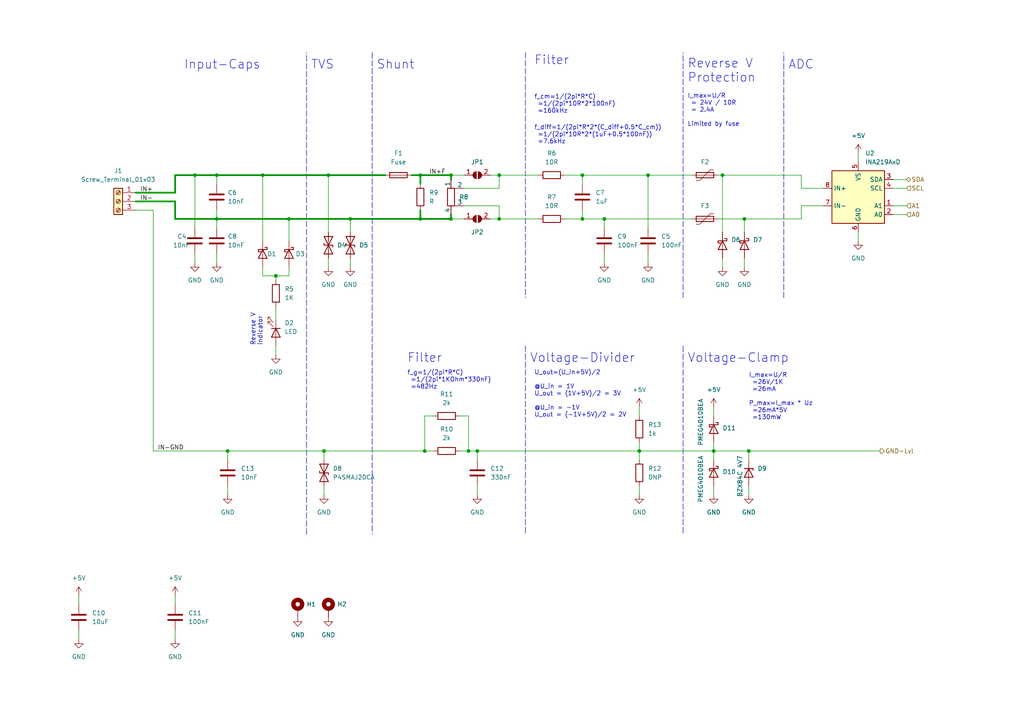
<source format=kicad_sch>
(kicad_sch (version 20211123) (generator eeschema)
  (paper "A4")
  (lib_symbols
    (symbol "Analog_ADC:INA219AxD"
      (property "Reference" "U" (at -6.35 8.89 0))
      (property "Value" "INA219AxD" (at 5.08 8.89 0))
      (symbol "INA219AxD_0_1"
        (rectangle (start -7.62 7.62) (end 7.62 -7.62) (stroke (width 0.254)) (fill (type background)))
      )
      (symbol "INA219AxD_1_1"
        (pin input line (at 10.16 -2.54 180) (length 2.54) (name "A1") (number "1"))
        (pin input line (at 10.16 -5.08 180) (length 2.54) (name "A0") (number "2"))
        (pin bidirectional line (at 10.16 5.08 180) (length 2.54) (name "SDA") (number "3"))
        (pin input line (at 10.16 2.54 180) (length 2.54) (name "SCL") (number "4"))
        (pin power_in line (at 0 10.16 270) (length 2.54) (name "VS") (number "5"))
        (pin power_in line (at 0 -10.16 90) (length 2.54) (name "GND") (number "6"))
        (pin input line (at -10.16 -2.54 0) (length 2.54) (name "IN-") (number "7"))
        (pin input line (at -10.16 2.54 0) (length 2.54) (name "IN+") (number "8"))
      )
    )
    (symbol "Connector:Screw_Terminal_01x03" (pin_names (offset 1.016) hide)
      (property "Reference" "J" (at 0 5.08 0))
      (property "Value" "Screw_Terminal_01x03" (at 0 -5.08 0))
      (symbol "Screw_Terminal_01x03_1_1"
        (rectangle (start -1.27 3.81) (end 1.27 -3.81) (stroke (width 0.254)) (fill (type background)))
        (circle (center 0 -2.54) (radius 0.635) (stroke (width 0.1524)))
        (polyline (pts (xy -0.5334 -2.2098) (xy 0.3302 -3.048)) (stroke (width 0.1524)))
        (polyline (pts (xy -0.5334 0.3302) (xy 0.3302 -0.508)) (stroke (width 0.1524)))
        (polyline (pts (xy -0.5334 2.8702) (xy 0.3302 2.032)) (stroke (width 0.1524)))
        (polyline (pts (xy -0.3556 -2.032) (xy 0.508 -2.8702)) (stroke (width 0.1524)))
        (polyline (pts (xy -0.3556 0.508) (xy 0.508 -0.3302)) (stroke (width 0.1524)))
        (polyline (pts (xy -0.3556 3.048) (xy 0.508 2.2098)) (stroke (width 0.1524)))
        (circle (center 0 0) (radius 0.635) (stroke (width 0.1524)))
        (circle (center 0 2.54) (radius 0.635) (stroke (width 0.1524)))
        (pin passive line (at -5.08 2.54 0) (length 3.81) (name "Pin_1") (number "1"))
        (pin passive line (at -5.08 0 0) (length 3.81) (name "Pin_2") (number "2"))
        (pin passive line (at -5.08 -2.54 0) (length 3.81) (name "Pin_3") (number "3"))
      )
    )
    (symbol "Device:C" (pin_numbers hide) (pin_names (offset 0.254))
      (property "Reference" "C" (at 0.635 2.54 0))
      (property "Value" "C" (at 0.635 -2.54 0))
      (symbol "C_0_1"
        (polyline (pts (xy -2.032 -0.762) (xy 2.032 -0.762)) (stroke (width 0.508)))
        (polyline (pts (xy -2.032 0.762) (xy 2.032 0.762)) (stroke (width 0.508)))
      )
      (symbol "C_1_1"
        (pin passive line (at 0 3.81 270) (length 2.794) (name "~") (number "1"))
        (pin passive line (at 0 -3.81 90) (length 2.794) (name "~") (number "2"))
      )
    )
    (symbol "Device:D_Schottky" (pin_numbers hide) (pin_names (offset 1.016) hide)
      (property "Reference" "D" (at 0 2.54 0))
      (property "Value" "D_Schottky" (at 0 -2.54 0))
      (symbol "D_Schottky_0_1"
        (polyline (pts (xy 1.27 0) (xy -1.27 0)))
        (polyline (pts (xy 1.27 1.27) (xy 1.27 -1.27) (xy -1.27 0) (xy 1.27 1.27)) (stroke (width 0.254)))
        (polyline (pts (xy -1.905 0.635) (xy -1.905 1.27) (xy -1.27 1.27) (xy -1.27 -1.27) (xy -0.635 -1.27) (xy -0.635 -0.635)) (stroke (width 0.254)))
      )
      (symbol "D_Schottky_1_1"
        (pin passive line (at -3.81 0 0) (length 2.54) (name "K") (number "1"))
        (pin passive line (at 3.81 0 180) (length 2.54) (name "A") (number "2"))
      )
    )
    (symbol "Device:D_TVS" (pin_numbers hide) (pin_names (offset 1.016) hide)
      (property "Reference" "D" (at 0 2.54 0))
      (property "Value" "D_TVS" (at 0 -2.54 0))
      (symbol "D_TVS_0_1"
        (polyline (pts (xy 1.27 0) (xy -1.27 0)))
        (polyline (pts (xy 0.508 1.27) (xy 0 1.27) (xy 0 -1.27) (xy -0.508 -1.27)) (stroke (width 0.254)))
        (polyline (pts (xy -2.54 1.27) (xy -2.54 -1.27) (xy 2.54 1.27) (xy 2.54 -1.27) (xy -2.54 1.27)) (stroke (width 0.254)))
      )
      (symbol "D_TVS_1_1"
        (pin passive line (at -3.81 0 0) (length 2.54) (name "A1") (number "1"))
        (pin passive line (at 3.81 0 180) (length 2.54) (name "A2") (number "2"))
      )
    )
    (symbol "Device:D_Zener" (pin_numbers hide) (pin_names (offset 1.016) hide)
      (property "Reference" "D" (at 0 2.54 0))
      (property "Value" "D_Zener" (at 0 -2.54 0))
      (symbol "D_Zener_0_1"
        (polyline (pts (xy 1.27 0) (xy -1.27 0)))
        (polyline (pts (xy -1.27 -1.27) (xy -1.27 1.27) (xy -0.762 1.27)) (stroke (width 0.254)))
        (polyline (pts (xy 1.27 -1.27) (xy 1.27 1.27) (xy -1.27 0) (xy 1.27 -1.27)) (stroke (width 0.254)))
      )
      (symbol "D_Zener_1_1"
        (pin passive line (at -3.81 0 0) (length 2.54) (name "K") (number "1"))
        (pin passive line (at 3.81 0 180) (length 2.54) (name "A") (number "2"))
      )
    )
    (symbol "Device:Fuse" (pin_numbers hide) (pin_names (offset 0))
      (property "Reference" "F" (at 2.032 0 90))
      (property "Value" "Fuse" (at -1.905 0 90))
      (symbol "Fuse_0_1"
        (rectangle (start -0.762 -2.54) (end 0.762 2.54) (stroke (width 0.254)))
        (polyline (pts (xy 0 2.54) (xy 0 -2.54)))
      )
      (symbol "Fuse_1_1"
        (pin passive line (at 0 3.81 270) (length 1.27) (name "~") (number "1"))
        (pin passive line (at 0 -3.81 90) (length 1.27) (name "~") (number "2"))
      )
    )
    (symbol "Device:LED" (pin_numbers hide) (pin_names (offset 1.016) hide)
      (property "Reference" "D" (at 0 2.54 0))
      (property "Value" "LED" (at 0 -2.54 0))
      (symbol "LED_0_1"
        (polyline (pts (xy -1.27 -1.27) (xy -1.27 1.27)) (stroke (width 0.254)))
        (polyline (pts (xy -1.27 0) (xy 1.27 0)))
        (polyline (pts (xy 1.27 -1.27) (xy 1.27 1.27) (xy -1.27 0) (xy 1.27 -1.27)) (stroke (width 0.254)))
        (polyline (pts (xy -3.048 -0.762) (xy -4.572 -2.286) (xy -3.81 -2.286) (xy -4.572 -2.286) (xy -4.572 -1.524)))
        (polyline (pts (xy -1.778 -0.762) (xy -3.302 -2.286) (xy -2.54 -2.286) (xy -3.302 -2.286) (xy -3.302 -1.524)))
      )
      (symbol "LED_1_1"
        (pin passive line (at -3.81 0 0) (length 2.54) (name "K") (number "1"))
        (pin passive line (at 3.81 0 180) (length 2.54) (name "A") (number "2"))
      )
    )
    (symbol "Device:Polyfuse" (pin_numbers hide) (pin_names (offset 0))
      (property "Reference" "F" (at -2.54 0 90))
      (property "Value" "Polyfuse" (at 2.54 0 90))
      (symbol "Polyfuse_0_1"
        (rectangle (start -0.762 2.54) (end 0.762 -2.54) (stroke (width 0.254)))
        (polyline (pts (xy 0 2.54) (xy 0 -2.54)))
        (polyline (pts (xy -1.524 2.54) (xy -1.524 1.524) (xy 1.524 -1.524) (xy 1.524 -2.54)))
      )
      (symbol "Polyfuse_1_1"
        (pin passive line (at 0 3.81 270) (length 1.27) (name "~") (number "1"))
        (pin passive line (at 0 -3.81 90) (length 1.27) (name "~") (number "2"))
      )
    )
    (symbol "Device:R" (pin_numbers hide) (pin_names (offset 0))
      (property "Reference" "R" (at 2.032 0 90))
      (property "Value" "R" (at 0 0 90))
      (symbol "R_0_1"
        (rectangle (start -1.016 -2.54) (end 1.016 2.54) (stroke (width 0.254)))
      )
      (symbol "R_1_1"
        (pin passive line (at 0 3.81 270) (length 1.27) (name "~") (number "1"))
        (pin passive line (at 0 -3.81 90) (length 1.27) (name "~") (number "2"))
      )
    )
    (symbol "Device:R_Shunt" (pin_numbers hide) (pin_names (offset 0))
      (property "Reference" "R" (at -4.445 0 90))
      (property "Value" "R_Shunt" (at -2.54 0 90))
      (symbol "R_Shunt_0_1"
        (rectangle (start -1.016 -2.54) (end 1.016 2.54) (stroke (width 0.254)))
        (polyline (pts (xy 0 -2.54) (xy 1.27 -2.54)))
        (polyline (pts (xy 1.27 2.54) (xy 0 2.54)))
      )
      (symbol "R_Shunt_1_1"
        (pin passive line (at 0 5.08 270) (length 2.54) (name "1") (number "1"))
        (pin passive line (at 3.81 2.54 180) (length 2.54) (name "2") (number "2"))
        (pin passive line (at 3.81 -2.54 180) (length 2.54) (name "3") (number "3"))
        (pin passive line (at 0 -5.08 90) (length 2.54) (name "4") (number "4"))
      )
    )
    (symbol "Jumper:SolderJumper_2_Open" (pin_names (offset 0) hide)
      (property "Reference" "JP" (at 0 2.032 0))
      (property "Value" "SolderJumper_2_Open" (at 0 -2.54 0))
      (symbol "SolderJumper_2_Open_0_1"
        (arc (start -0.254 1.016) (mid -1.27 0) (end -0.254 -1.016))
        (arc (start -0.254 1.016) (mid -1.27 0) (end -0.254 -1.016) (fill (type outline)))
        (polyline (pts (xy -0.254 1.016) (xy -0.254 -1.016)))
        (polyline (pts (xy 0.254 1.016) (xy 0.254 -1.016)))
        (arc (start 0.254 -1.016) (mid 1.27 0) (end 0.254 1.016))
        (arc (start 0.254 -1.016) (mid 1.27 0) (end 0.254 1.016) (fill (type outline)))
      )
      (symbol "SolderJumper_2_Open_1_1"
        (pin passive line (at -3.81 0 0) (length 2.54) (name "A") (number "1"))
        (pin passive line (at 3.81 0 180) (length 2.54) (name "B") (number "2"))
      )
    )
    (symbol "Mechanical:MountingHole_Pad" (pin_numbers hide) (pin_names (offset 1.016) hide)
      (property "Reference" "H" (at 0 6.35 0))
      (property "Value" "MountingHole_Pad" (at 0 4.445 0))
      (symbol "MountingHole_Pad_0_1"
        (circle (center 0 1.27) (radius 1.27) (stroke (width 1.27)))
      )
      (symbol "MountingHole_Pad_1_1"
        (pin input line (at 0 -2.54 90) (length 2.54) (name "1") (number "1"))
      )
    )
    (symbol "power:+5V" (power) (pin_names (offset 0))
      (property "Value" "+5V" (at 0 3.556 0))
      (symbol "+5V_0_1"
        (polyline (pts (xy -0.762 1.27) (xy 0 2.54)))
        (polyline (pts (xy 0 0) (xy 0 2.54)))
        (polyline (pts (xy 0 2.54) (xy 0.762 1.27)))
      )
      (symbol "+5V_1_1"
        (pin power_in line (at 0 0 90) (length 0) hide (name "+5V") (number "1"))
      )
    )
    (symbol "power:GND" (power) (pin_names (offset 0))
      (property "Value" "GND" (at 0 -3.81 0))
      (symbol "GND_0_1"
        (polyline (pts (xy 0 0) (xy 0 -1.27) (xy 1.27 -1.27) (xy 0 -2.54) (xy -1.27 -1.27) (xy 0 -1.27)))
      )
      (symbol "GND_1_1"
        (pin power_in line (at 0 0 270) (length 0) hide (name "GND") (number "1"))
      )
    )
  )
  (junction (at 123.19 130.81))
  (junction (at 95.25 50.8))
  (junction (at 168.91 63.5))
  (junction (at 207.01 130.81))
  (junction (at 168.91 50.8))
  (junction (at 93.98 130.81))
  (junction (at 130.81 50.8))
  (junction (at 66.04 130.81))
  (junction (at 101.6 63.5))
  (junction (at 135.89 130.81))
  (junction (at 56.515 50.8))
  (junction (at 175.26 63.5))
  (junction (at 144.78 50.8))
  (junction (at 62.865 63.5))
  (junction (at 138.43 130.81))
  (junction (at 121.92 63.5))
  (junction (at 217.17 130.81))
  (junction (at 121.92 50.8))
  (junction (at 130.81 63.5))
  (junction (at 76.2 50.8))
  (junction (at 62.865 50.8))
  (junction (at 83.82 63.5))
  (junction (at 80.01 80.01))
  (junction (at 144.78 63.5))
  (junction (at 185.42 130.81))
  (junction (at 215.9 63.5))
  (junction (at 209.55 50.8))
  (junction (at 187.96 50.8))
  (wire (pts (xy 232.41 59.69) (xy 238.76 59.69)))
  (wire (pts (xy 142.24 63.5) (xy 144.78 63.5)))
  (wire (pts (xy 50.8 58.42) (xy 50.8 63.5)) (stroke (width 0.5)))
  (wire (pts (xy 123.19 130.81) (xy 123.19 120.65)))
  (wire (pts (xy 76.2 50.8) (xy 95.25 50.8)) (stroke (width 0.5)))
  (wire (pts (xy 144.78 54.61) (xy 144.78 50.8)))
  (wire (pts (xy 217.17 140.97) (xy 217.17 143.51)))
  (wire (pts (xy 121.92 50.8) (xy 121.92 53.34)) (stroke (width 0.5)))
  (wire (pts (xy 62.865 50.8) (xy 76.2 50.8)) (stroke (width 0.5)))
  (wire (pts (xy 123.19 120.65) (xy 125.73 120.65)))
  (wire (pts (xy 83.82 77.47) (xy 83.82 80.01)))
  (polyline (pts (xy 227.33 86.36) (xy 227.33 15.24)))
  (wire (pts (xy 163.83 50.8) (xy 168.91 50.8)))
  (wire (pts (xy 142.24 50.8) (xy 144.78 50.8)))
  (wire (pts (xy 50.8 63.5) (xy 62.865 63.5)) (stroke (width 0.5)))
  (wire (pts (xy 130.81 63.5) (xy 134.62 63.5)))
  (wire (pts (xy 50.8 172.72) (xy 50.8 175.26)))
  (wire (pts (xy 121.92 63.5) (xy 121.92 60.96)) (stroke (width 0.5)))
  (wire (pts (xy 66.04 130.81) (xy 93.98 130.81)))
  (wire (pts (xy 130.81 50.8) (xy 134.62 50.8)))
  (wire (pts (xy 80.01 100.33) (xy 80.01 102.87)))
  (polyline (pts (xy 152.4 15.24) (xy 152.4 86.36)))
  (wire (pts (xy 215.9 63.5) (xy 215.9 67.31)))
  (wire (pts (xy 208.28 63.5) (xy 215.9 63.5)))
  (wire (pts (xy 185.42 130.81) (xy 185.42 133.35)))
  (wire (pts (xy 232.41 63.5) (xy 232.41 59.69)))
  (wire (pts (xy 207.01 128.27) (xy 207.01 130.81)))
  (wire (pts (xy 62.865 60.96) (xy 62.865 63.5)))
  (wire (pts (xy 175.26 63.5) (xy 175.26 66.04)))
  (wire (pts (xy 119.38 50.8) (xy 121.92 50.8)) (stroke (width 0.5)))
  (wire (pts (xy 248.92 44.45) (xy 248.92 46.99)))
  (wire (pts (xy 76.2 80.01) (xy 80.01 80.01)))
  (wire (pts (xy 62.865 50.8) (xy 62.865 53.34)))
  (wire (pts (xy 83.82 63.5) (xy 101.6 63.5)) (stroke (width 0.5)))
  (wire (pts (xy 39.37 58.42) (xy 50.8 58.42)) (stroke (width 0.5)))
  (polyline (pts (xy 198.12 86.36) (xy 198.12 15.24)))
  (wire (pts (xy 144.78 59.69) (xy 144.78 63.5)))
  (wire (pts (xy 39.37 60.96) (xy 44.45 60.96)))
  (wire (pts (xy 168.91 50.8) (xy 187.96 50.8)))
  (wire (pts (xy 83.82 80.01) (xy 80.01 80.01)))
  (wire (pts (xy 185.42 118.11) (xy 185.42 120.65)))
  (wire (pts (xy 187.96 50.8) (xy 187.96 66.04)))
  (wire (pts (xy 121.92 50.8) (xy 130.81 50.8)) (stroke (width 0.5)))
  (wire (pts (xy 215.9 74.93) (xy 215.9 77.47)))
  (wire (pts (xy 56.515 73.66) (xy 56.515 76.2)))
  (wire (pts (xy 22.86 172.72) (xy 22.86 175.26)))
  (polyline (pts (xy 88.9 154.94) (xy 88.9 15.24)))
  (wire (pts (xy 101.6 74.93) (xy 101.6 77.47)))
  (wire (pts (xy 93.98 140.97) (xy 93.98 143.51)))
  (wire (pts (xy 66.04 130.81) (xy 66.04 133.35)))
  (wire (pts (xy 22.86 182.88) (xy 22.86 185.42)))
  (wire (pts (xy 259.08 52.07) (xy 262.89 52.07)))
  (wire (pts (xy 138.43 130.81) (xy 138.43 133.35)))
  (wire (pts (xy 185.42 128.27) (xy 185.42 130.81)))
  (wire (pts (xy 50.8 50.8) (xy 56.515 50.8)) (stroke (width 0.5)))
  (wire (pts (xy 185.42 130.81) (xy 207.01 130.81)))
  (wire (pts (xy 215.9 63.5) (xy 232.41 63.5)))
  (wire (pts (xy 80.01 88.9) (xy 80.01 92.71)))
  (wire (pts (xy 76.2 77.47) (xy 76.2 80.01)))
  (wire (pts (xy 93.98 130.81) (xy 93.98 133.35)))
  (wire (pts (xy 175.26 63.5) (xy 200.66 63.5)))
  (wire (pts (xy 207.01 130.81) (xy 207.01 133.35)))
  (wire (pts (xy 130.81 50.8) (xy 130.81 52.07)) (stroke (width 0.5)))
  (wire (pts (xy 44.45 130.81) (xy 66.04 130.81)))
  (wire (pts (xy 163.83 63.5) (xy 168.91 63.5)))
  (wire (pts (xy 187.96 50.8) (xy 200.66 50.8)))
  (wire (pts (xy 133.35 130.81) (xy 135.89 130.81)))
  (wire (pts (xy 44.45 60.96) (xy 44.45 130.81)))
  (wire (pts (xy 259.08 59.69) (xy 262.89 59.69)))
  (wire (pts (xy 135.89 120.65) (xy 135.89 130.81)))
  (wire (pts (xy 209.55 50.8) (xy 232.41 50.8)))
  (wire (pts (xy 95.25 50.8) (xy 95.25 67.31)))
  (wire (pts (xy 207.01 118.11) (xy 207.01 120.65)))
  (wire (pts (xy 101.6 63.5) (xy 121.92 63.5)) (stroke (width 0.5)))
  (wire (pts (xy 207.01 130.81) (xy 217.17 130.81)))
  (wire (pts (xy 207.01 140.97) (xy 207.01 143.51)))
  (wire (pts (xy 144.78 63.5) (xy 156.21 63.5)))
  (wire (pts (xy 135.89 130.81) (xy 138.43 130.81)))
  (wire (pts (xy 168.91 63.5) (xy 168.91 60.96)))
  (wire (pts (xy 62.865 63.5) (xy 83.82 63.5)) (stroke (width 0.5)))
  (wire (pts (xy 130.81 62.23) (xy 130.81 63.5)) (stroke (width 0.5)))
  (wire (pts (xy 56.515 50.8) (xy 62.865 50.8)) (stroke (width 0.5)))
  (wire (pts (xy 66.04 140.97) (xy 66.04 143.51)))
  (wire (pts (xy 62.865 63.5) (xy 62.865 66.04)))
  (wire (pts (xy 56.515 50.8) (xy 56.515 66.04)))
  (wire (pts (xy 138.43 130.81) (xy 185.42 130.81)))
  (wire (pts (xy 144.78 50.8) (xy 156.21 50.8)))
  (wire (pts (xy 232.41 54.61) (xy 238.76 54.61)))
  (wire (pts (xy 101.6 63.5) (xy 101.6 67.31)))
  (wire (pts (xy 209.55 74.93) (xy 209.55 77.47)))
  (wire (pts (xy 248.92 67.31) (xy 248.92 69.85)))
  (wire (pts (xy 121.92 63.5) (xy 130.81 63.5)) (stroke (width 0.5)))
  (wire (pts (xy 259.08 62.23) (xy 262.89 62.23)))
  (wire (pts (xy 209.55 50.8) (xy 209.55 67.31)))
  (wire (pts (xy 185.42 140.97) (xy 185.42 143.51)))
  (wire (pts (xy 83.82 63.5) (xy 83.82 69.85)))
  (polyline (pts (xy 152.4 100.33) (xy 152.4 154.94)))
  (wire (pts (xy 217.17 130.81) (xy 217.17 133.35)))
  (wire (pts (xy 217.17 130.81) (xy 255.27 130.81)))
  (wire (pts (xy 168.91 50.8) (xy 168.91 53.34)))
  (wire (pts (xy 80.01 80.01) (xy 80.01 81.28)))
  (wire (pts (xy 208.28 50.8) (xy 209.55 50.8)))
  (wire (pts (xy 134.62 59.69) (xy 144.78 59.69)))
  (wire (pts (xy 134.62 54.61) (xy 144.78 54.61)))
  (wire (pts (xy 232.41 50.8) (xy 232.41 54.61)))
  (wire (pts (xy 138.43 140.97) (xy 138.43 143.51)))
  (wire (pts (xy 168.91 63.5) (xy 175.26 63.5)))
  (wire (pts (xy 93.98 130.81) (xy 123.19 130.81)))
  (wire (pts (xy 62.865 73.66) (xy 62.865 76.2)))
  (wire (pts (xy 50.8 182.88) (xy 50.8 185.42)))
  (wire (pts (xy 39.37 55.88) (xy 50.8 55.88)) (stroke (width 0.5)))
  (polyline (pts (xy 107.95 15.24) (xy 107.95 154.94)))
  (polyline (pts (xy 198.12 100.33) (xy 198.12 154.94)))
  (wire (pts (xy 95.25 74.93) (xy 95.25 77.47)))
  (wire (pts (xy 95.25 50.8) (xy 111.76 50.8)) (stroke (width 0.5)))
  (wire (pts (xy 259.08 54.61) (xy 262.89 54.61)))
  (wire (pts (xy 76.2 50.8) (xy 76.2 69.85)))
  (wire (pts (xy 50.8 55.88) (xy 50.8 50.8)) (stroke (width 0.5)))
  (wire (pts (xy 187.96 73.66) (xy 187.96 76.2)))
  (wire (pts (xy 175.26 73.66) (xy 175.26 76.2)))
  (wire (pts (xy 123.19 130.81) (xy 125.73 130.81)))
  (wire (pts (xy 133.35 120.65) (xy 135.89 120.65)))
  (text "Shunt" (at 109.22 20.32 0) (effects (font (size 2.56 2.56)) (justify left bottom)))
  (text "Reverse V\nindicator" (at 76.2 100.33 90) (effects (font (size 1.27 1.27)) (justify left bottom)))
  (text "f_g=1/(2pi*R*C)\n =1/(2pi*1KOhm*330nF)\n =482Hz" (at 118.11 113.03 0) (effects (font (size 1.27 1.27)) (justify left bottom)))
  (text "f_diff=1/(2pi*R*2*(C_diff+0.5*C_cm))\n =1/(2pi*10R*2*(1uF+0.5*100nF))\n =7.6kHz" (at 154.94 41.91 0) (effects (font (size 1.27 1.27)) (justify left bottom)))
  (text "I_max=U/R\n = 24V / 10R\n = 2.4A\n\nLimited by fuse" (at 199.39 36.83 0) (effects (font (size 1.27 1.27)) (justify left bottom)))
  (text "Input-Caps" (at 53.34 20.32 0) (effects (font (size 2.56 2.56)) (justify left bottom)))
  (text "Reverse V\nProtection" (at 199.39 24.13 0) (effects (font (size 2.56 2.56)) (justify left bottom)))
  (text "TVS" (at 90.17 20.32 0) (effects (font (size 2.56 2.56)) (justify left bottom)))
  (text "I_max=U/R\n =26V/1K\n =26mA\n\nP_max=I_max * Uz\n =26mA*5V\n =130mW" (at 217.17 121.92 0) (effects (font (size 1.27 1.27)) (justify left bottom)))
  (text "Voltage-Divider" (at 153.67 105.41 0) (effects (font (size 2.56 2.56)) (justify left bottom)))
  (text "U_out=(U_in+5V)/2\n\n@U_in = 1V\nU_out = (1V+5V)/2 = 3V\n\n@U_in = -1V\nU_out = (-1V+5V)/2 = 2V\n\n" (at 154.94 123.19 0) (effects (font (size 1.27 1.27)) (justify left bottom)))
  (text "f_cm=1/(2pi*R*C)\n =1/(2pi*10R*2*100nF)\n =160kHz" (at 154.94 33.02 0) (effects (font (size 1.27 1.27)) (justify left bottom)))
  (text "Filter" (at 154.94 19.05 0) (effects (font (size 2.56 2.56)) (justify left bottom)))
  (text "Voltage-Clamp" (at 199.39 105.41 0) (effects (font (size 2.56 2.56)) (justify left bottom)))
  (text "ADC" (at 228.6 20.32 0) (effects (font (size 2.56 2.56)) (justify left bottom)))
  (text "Filter" (at 118.11 105.41 0) (effects (font (size 2.56 2.56)) (justify left bottom)))
  (label "IN-GND" (at 45.72 130.81 0))
  (label "IN+F" (at 124.46 50.8 0))
  (label "IN+" (at 40.64 55.88 0))
  (label "IN-" (at 40.64 58.42 0))
  (hierarchical_label "SDA" (shape bidirectional) (at 262.89 52.07 0))
  (hierarchical_label "A1" (shape input) (at 262.89 59.69 0))
  (hierarchical_label "A0" (shape input) (at 262.89 62.23 0))
  (hierarchical_label "GND-Lvl" (shape output) (at 255.27 130.81 0))
  (hierarchical_label "SCL" (shape input) (at 262.89 54.61 0))
  (symbol (lib_id "power:GND") (at 56.515 76.2 0) (unit 1)
    (property "Reference" "#PWR017" (effects hide))
    (property "Value" "GND" (at 56.515 81.28 0))
  )
  (symbol (lib_id "power:GND") (at 175.26 76.2 0) (unit 1)
    (property "Reference" "#PWR027" (effects hide))
    (property "Value" "GND" (at 175.26 81.28 0))
  )
  (symbol (lib_id "Device:R") (at 121.92 57.15 0) (unit 1) (in_bom no)
    (property "Reference" "R9" (at 124.46 55.8799 0) (effects (justify left)))
    (property "Value" "R" (at 124.46 58.4199 0) (effects (justify left)))
    (property "Footprint" "Project_Footprints:R_Dual_2512_1206_Handsolder" (effects hide))
  )
  (symbol (lib_id "power:GND") (at 66.04 143.51 0) (unit 1)
    (property "Reference" "#PWR019" (effects hide))
    (property "Value" "GND" (at 66.04 148.59 0))
  )
  (symbol (lib_id "Device:R") (at 185.42 124.46 0) (unit 1)
    (property "Reference" "R13" (at 187.96 123.1899 0) (effects (justify left)))
    (property "Value" "1k" (at 187.96 125.7299 0) (effects (justify left)))
    (property "Footprint" "Resistor_SMD:R_1206_3216Metric_Pad1.30x1.75mm_HandSolder" (effects hide))
    (property "LCSC Part #" "C4410" (effects hide))
  )
  (symbol (lib_id "power:GND") (at 93.98 143.51 0) (unit 1)
    (property "Reference" "#PWR022" (effects hide))
    (property "Value" "GND" (at 93.98 148.59 0))
  )
  (symbol (lib_id "power:GND") (at 217.17 143.51 0) (unit 1)
    (property "Reference" "#PWR035" (effects hide))
    (property "Value" "GND" (at 217.17 148.59 0))
  )
  (symbol (lib_id "Mechanical:MountingHole_Pad") (at 86.36 176.53 0) (unit 1) (in_bom no)
    (property "Reference" "H1" (at 88.9 175.2599 0) (effects (justify left)))
    (property "Value" "MountingHole_Pad" (effects hide))
    (property "Footprint" "MountingHole:MountingHole_3.2mm_M3_Pad_Via" (effects hide))
  )
  (symbol (lib_id "Device:C") (at 56.515 69.85 0) (unit 1)
    (property "Reference" "C4" (at 51.435 68.58 0) (effects (justify left)))
    (property "Value" "10nF" (at 50.165 71.12 0) (effects (justify left)))
    (property "Footprint" "Capacitor_SMD:C_0603_1608Metric" (effects hide))
    (property "LCSC Part #" "C57112" (effects hide))
  )
  (symbol (lib_id "Device:D_Zener") (at 217.17 137.16 270) (unit 1)
    (property "Reference" "D9" (at 219.71 135.8899 90) (effects (justify left)))
    (property "Value" "BZX84C 4V7" (at 214.63 132.08 0) (effects (justify left)))
    (property "Footprint" "Diode_SMD:D_SOT-23_ANK" (effects hide))
    (property "LCSC Part #" "C118567" (effects hide))
  )
  (symbol (lib_id "Device:R") (at 80.01 85.09 0) (unit 1)
    (property "Reference" "R5" (at 82.55 83.8199 0) (effects (justify left)))
    (property "Value" "1K" (at 82.55 86.3599 0) (effects (justify left)))
    (property "Footprint" "Resistor_SMD:R_0603_1608Metric" (effects hide))
    (property "LCSC Part #" "C21190" (effects hide))
  )
  (symbol (lib_id "Device:D_Schottky") (at 209.55 71.12 270) (unit 1)
    (property "Reference" "D6" (at 212.09 69.5324 90) (effects (justify left)))
    (property "Value" "PMEG4010BEA" (effects hide))
    (property "Footprint" "Diode_SMD:D_SOD-323F" (effects hide))
    (property "LCSC Part #" "C36975" (effects hide))
  )
  (symbol (lib_id "Device:D_Schottky") (at 207.01 137.16 270) (unit 1)
    (property "Reference" "D10" (at 209.55 136.8424 90) (effects (justify left)))
    (property "Value" "PMEG4010BEA" (at 203.2 132.08 0) (effects (justify left)))
    (property "Footprint" "Diode_SMD:D_SOD-323F" (effects hide))
    (property "LCSC Part #" "C36975" (effects hide))
  )
  (symbol (lib_id "Device:D_TVS") (at 93.98 137.16 270) (unit 1)
    (property "Reference" "D8" (at 96.52 135.8899 90) (effects (justify left)))
    (property "Value" "P4SMAJ20CA" (at 96.52 138.4299 90) (effects (justify left)))
    (property "Footprint" "Diode_SMD:D_SMA" (effects hide))
    (property "LCSC Part #" "C391567" (effects hide))
  )
  (symbol (lib_id "power:+5V") (at 207.01 118.11 0) (unit 1)
    (property "Reference" "#PWR031" (effects hide))
    (property "Value" "+5V" (at 207.01 113.03 0))
  )
  (symbol (lib_id "power:GND") (at 95.25 77.47 0) (unit 1)
    (property "Reference" "#PWR023" (effects hide))
    (property "Value" "GND" (at 95.25 82.55 0))
  )
  (symbol (lib_id "Jumper:SolderJumper_2_Open") (at 138.43 50.8 0) (unit 1) (in_bom no)
    (property "Reference" "JP1" (at 138.43 46.99 0))
    (property "Value" "SolderJumper_2_Open" (effects hide))
    (property "Footprint" "Jumper:SolderJumper-2_P1.3mm_Open_TrianglePad1.0x1.5mm" (effects hide))
  )
  (symbol (lib_id "power:GND") (at 215.9 77.47 0) (unit 1)
    (property "Reference" "#PWR034" (effects hide))
    (property "Value" "GND" (at 215.9 82.55 0))
  )
  (symbol (lib_id "power:GND") (at 86.36 179.07 0) (unit 1)
    (property "Reference" "#PWR021" (effects hide))
    (property "Value" "GND" (at 86.36 184.15 0))
  )
  (symbol (lib_id "power:GND") (at 101.6 77.47 0) (unit 1)
    (property "Reference" "#PWR025" (effects hide))
    (property "Value" "GND" (at 101.6 82.55 0))
  )
  (symbol (lib_id "power:GND") (at 187.96 76.2 0) (unit 1)
    (property "Reference" "#PWR030" (effects hide))
    (property "Value" "GND" (at 187.96 81.28 0))
  )
  (symbol (lib_id "Mechanical:MountingHole_Pad") (at 95.25 176.53 0) (unit 1) (in_bom no)
    (property "Reference" "H2" (at 97.79 175.2599 0) (effects (justify left)))
    (property "Value" "MountingHole_Pad" (effects hide))
    (property "Footprint" "MountingHole:MountingHole_3.2mm_M3_Pad_Via" (effects hide))
  )
  (symbol (lib_id "power:GND") (at 185.42 143.51 0) (unit 1)
    (property "Reference" "#PWR029" (effects hide))
    (property "Value" "GND" (at 185.42 148.59 0))
  )
  (symbol (lib_id "Device:R_Shunt") (at 130.81 57.15 0) (unit 1) (in_bom no)
    (property "Reference" "R8" (at 135.89 57.15 0) (effects (justify right)))
    (property "Value" "R_Shunt" (effects hide))
    (property "Footprint" "Project_Footprints:R_Shunt_Isabellenhuette_PBV" (effects hide))
    (property "Datasheet" "https://www.isabellenhuette.de/fileadmin/user_upload/PBV.PDF" (effects hide))
  )
  (symbol (lib_id "Device:C") (at 50.8 179.07 0) (unit 1)
    (property "Reference" "C11" (at 54.61 177.7999 0) (effects (justify left)))
    (property "Value" "100nF" (at 54.61 180.3399 0) (effects (justify left)))
    (property "Footprint" "Capacitor_SMD:C_0603_1608Metric" (effects hide))
    (property "LCSC Part #" "C14663" (effects hide))
  )
  (symbol (lib_id "Device:R") (at 160.02 63.5 90) (unit 1)
    (property "Reference" "R7" (at 160.02 57.15 90))
    (property "Value" "10R" (at 160.02 59.69 90))
    (property "Footprint" "Resistor_SMD:R_1206_3216Metric" (effects hide))
    (property "LCSC Part #" "C17903" (effects hide))
  )
  (symbol (lib_id "Device:D_TVS") (at 95.25 71.12 270) (unit 1)
    (property "Reference" "D4" (at 97.79 71.1199 90) (effects (justify left)))
    (property "Value" "P4SMAJ20CA" (effects hide))
    (property "Footprint" "Diode_SMD:D_SMA" (effects hide))
    (property "LCSC Part #" "C391567" (effects hide))
  )
  (symbol (lib_id "Device:R") (at 185.42 137.16 0) (unit 1) (in_bom no)
    (property "Reference" "R12" (at 187.96 135.8899 0) (effects (justify left)))
    (property "Value" "DNP" (at 187.96 138.4299 0) (effects (justify left)))
    (property "Footprint" "Resistor_SMD:R_1206_3216Metric_Pad1.30x1.75mm_HandSolder" (effects hide))
  )
  (symbol (lib_id "Jumper:SolderJumper_2_Open") (at 138.43 63.5 0) (unit 1) (in_bom no)
    (property "Reference" "JP2" (at 138.43 67.31 0))
    (property "Value" "SolderJumper_2_Open" (effects hide))
    (property "Footprint" "Jumper:SolderJumper-2_P1.3mm_Open_TrianglePad1.0x1.5mm" (effects hide))
  )
  (symbol (lib_id "power:GND") (at 62.865 76.2 0) (unit 1)
    (property "Reference" "#PWR018" (effects hide))
    (property "Value" "GND" (at 62.865 81.28 0))
  )
  (symbol (lib_id "Device:D_Schottky") (at 215.9 71.12 270) (unit 1)
    (property "Reference" "D7" (at 218.44 69.5324 90) (effects (justify left)))
    (property "Value" "PMEG4010BEA" (effects hide))
    (property "Footprint" "Diode_SMD:D_SOD-323F" (effects hide))
    (property "LCSC Part #" "C36975" (effects hide))
  )
  (symbol (lib_id "Device:D_Schottky") (at 76.2 73.66 270) (unit 1)
    (property "Reference" "D1" (at 77.47 73.66 90) (effects (justify left)))
    (property "Value" "PMEG4010BEA" (effects hide))
    (property "Footprint" "Diode_SMD:D_SOD-323F" (effects hide))
    (property "LCSC Part #" "C36975" (effects hide))
  )
  (symbol (lib_id "power:GND") (at 209.55 77.47 0) (unit 1)
    (property "Reference" "#PWR033" (effects hide))
    (property "Value" "GND" (at 209.55 82.55 0))
  )
  (symbol (lib_id "Analog_ADC:INA219AxD") (at 248.92 57.15 0) (unit 1)
    (property "Reference" "U2" (at 250.9394 44.45 0) (effects (justify left)))
    (property "Value" "INA219AxD" (at 250.9394 46.99 0) (effects (justify left)))
    (property "Footprint" "Package_SO:SOIC-8_3.9x4.9mm_P1.27mm" (effects hide))
    (property "Datasheet" "http://www.ti.com/lit/ds/symlink/ina219.pdf" (effects hide))
    (property "LCSC Part #" "C138706" (effects hide))
  )
  (symbol (lib_id "Device:C") (at 138.43 137.16 0) (unit 1)
    (property "Reference" "C12" (at 142.24 135.8899 0) (effects (justify left)))
    (property "Value" "330nF" (at 142.24 138.4299 0) (effects (justify left)))
    (property "Footprint" "Capacitor_SMD:C_1206_3216Metric_Pad1.33x1.80mm_HandSolder" (effects hide))
    (property "LCSC Part #" "C274377" (effects hide))
  )
  (symbol (lib_id "Device:D_TVS") (at 101.6 71.12 270) (unit 1)
    (property "Reference" "D5" (at 104.14 71.1199 90) (effects (justify left)))
    (property "Value" "P4SMAJ20CA" (effects hide))
    (property "Footprint" "Diode_SMD:D_SMA" (effects hide))
    (property "LCSC Part #" "C391567" (effects hide))
  )
  (symbol (lib_id "Device:LED") (at 80.01 96.52 270) (unit 1)
    (property "Reference" "D2" (at 82.55 93.6624 90) (effects (justify left)))
    (property "Value" "LED" (at 82.55 96.2024 90) (effects (justify left)))
    (property "Footprint" "LED_SMD:LED_0603_1608Metric" (effects hide))
    (property "LCSC Part #" "C2286" (effects hide))
  )
  (symbol (lib_id "power:GND") (at 80.01 102.87 0) (unit 1)
    (property "Reference" "#PWR020" (effects hide))
    (property "Value" "GND" (at 80.01 107.95 0))
  )
  (symbol (lib_id "Device:Polyfuse") (at 204.47 50.8 90) (unit 1)
    (property "Reference" "F2" (at 204.47 46.99 90))
    (property "Value" "1206L016WR" (effects hide))
    (property "Footprint" "Fuse:Fuse_1206_3216Metric_Pad1.42x1.75mm_HandSolder" (effects hide))
    (property "LCSC Part #" "C151161" (effects hide))
  )
  (symbol (lib_id "Device:R") (at 129.54 130.81 270) (unit 1)
    (property "Reference" "R10" (at 129.54 124.46 90))
    (property "Value" "2k" (at 129.54 127 90))
    (property "Footprint" "Resistor_SMD:R_1206_3216Metric_Pad1.30x1.75mm_HandSolder" (effects hide))
    (property "LCSC Part #" "C17944" (effects hide))
  )
  (symbol (lib_id "Device:R") (at 129.54 120.65 270) (unit 1)
    (property "Reference" "R11" (at 129.54 114.3 90))
    (property "Value" "2k" (at 129.54 116.84 90))
    (property "Footprint" "Resistor_SMD:R_1206_3216Metric_Pad1.30x1.75mm_HandSolder" (effects hide))
    (property "LCSC Part #" "C17944" (effects hide))
  )
  (symbol (lib_id "Device:C") (at 66.04 137.16 0) (unit 1)
    (property "Reference" "C13" (at 69.85 135.8899 0) (effects (justify left)))
    (property "Value" "10nF" (at 69.85 138.4299 0) (effects (justify left)))
    (property "Footprint" "Capacitor_SMD:C_0603_1608Metric" (effects hide))
    (property "LCSC Part #" "C57112" (effects hide))
  )
  (symbol (lib_id "power:+5V") (at 22.86 172.72 0) (unit 1)
    (property "Reference" "#PWR013" (effects hide))
    (property "Value" "+5V" (at 22.86 167.64 0))
  )
  (symbol (lib_id "Device:C") (at 187.96 69.85 0) (unit 1)
    (property "Reference" "C5" (at 191.77 68.5799 0) (effects (justify left)))
    (property "Value" "100nF" (at 191.77 71.1199 0) (effects (justify left)))
    (property "Footprint" "Capacitor_SMD:C_0603_1608Metric" (effects hide))
    (property "LCSC Part #" "C14663" (effects hide))
  )
  (symbol (lib_id "Device:C") (at 62.865 57.15 0) (unit 1)
    (property "Reference" "C6" (at 66.04 55.8799 0) (effects (justify left)))
    (property "Value" "10nF" (at 66.04 58.4199 0) (effects (justify left)))
    (property "Footprint" "Capacitor_SMD:C_0603_1608Metric" (effects hide))
    (property "LCSC Part #" "C57112" (effects hide))
  )
  (symbol (lib_id "Device:R") (at 160.02 50.8 90) (unit 1)
    (property "Reference" "R6" (at 160.02 44.45 90))
    (property "Value" "10R" (at 160.02 46.99 90))
    (property "Footprint" "Resistor_SMD:R_1206_3216Metric" (effects hide))
    (property "LCSC Part #" "C17903" (effects hide))
  )
  (symbol (lib_id "Device:Fuse") (at 115.57 50.8 90) (unit 1)
    (property "Reference" "F1" (at 115.57 44.45 90))
    (property "Value" "Fuse" (at 115.57 46.99 90))
    (property "Footprint" "Project_Footprints:iMaXX-H7810" (effects hide))
    (property "Datasheet" "https://imaxx.nl/product/drawings/2Holders/H7810-drawing.pdf" (effects hide))
  )
  (symbol (lib_id "Device:D_Schottky") (at 207.01 124.46 270) (unit 1)
    (property "Reference" "D11" (at 209.55 124.1424 90) (effects (justify left)))
    (property "Value" "PMEG4010BEA" (at 203.2 115.57 0) (effects (justify left)))
    (property "Footprint" "Diode_SMD:D_SOD-323F" (effects hide))
    (property "LCSC Part #" "C36975" (effects hide))
  )
  (symbol (lib_id "power:GND") (at 95.25 179.07 0) (unit 1)
    (property "Reference" "#PWR024" (effects hide))
    (property "Value" "GND" (at 95.25 184.15 0))
  )
  (symbol (lib_id "power:+5V") (at 185.42 118.11 0) (unit 1)
    (property "Reference" "#PWR028" (effects hide))
    (property "Value" "+5V" (at 185.42 113.03 0))
  )
  (symbol (lib_id "power:GND") (at 138.43 143.51 0) (unit 1)
    (property "Reference" "#PWR026" (effects hide))
    (property "Value" "GND" (at 138.43 148.59 0))
  )
  (symbol (lib_id "power:GND") (at 207.01 143.51 0) (unit 1)
    (property "Reference" "#PWR032" (effects hide))
    (property "Value" "GND" (at 207.01 148.59 0))
  )
  (symbol (lib_id "Device:C") (at 175.26 69.85 0) (unit 1)
    (property "Reference" "C9" (at 179.07 68.5799 0) (effects (justify left)))
    (property "Value" "100nF" (at 179.07 71.1199 0) (effects (justify left)))
    (property "Footprint" "Capacitor_SMD:C_0603_1608Metric" (effects hide))
    (property "LCSC Part #" "C14663" (effects hide))
  )
  (symbol (lib_id "Device:C") (at 22.86 179.07 0) (unit 1)
    (property "Reference" "C10" (at 26.67 177.7999 0) (effects (justify left)))
    (property "Value" "10uF" (at 26.67 180.3399 0) (effects (justify left)))
    (property "Footprint" "Capacitor_SMD:C_1206_3216Metric" (effects hide))
    (property "LCSC Part #" "C13585" (effects hide))
  )
  (symbol (lib_id "Device:C") (at 168.91 57.15 0) (unit 1)
    (property "Reference" "C7" (at 172.72 55.8799 0) (effects (justify left)))
    (property "Value" "1uF" (at 172.72 58.4199 0) (effects (justify left)))
    (property "Footprint" "Capacitor_SMD:C_1206_3216Metric" (effects hide))
    (property "LCSC Part #" "C1848" (effects hide))
  )
  (symbol (lib_id "power:+5V") (at 50.8 172.72 0) (unit 1)
    (property "Reference" "#PWR015" (effects hide))
    (property "Value" "+5V" (at 50.8 167.64 0))
  )
  (symbol (lib_id "power:GND") (at 50.8 185.42 0) (unit 1)
    (property "Reference" "#PWR016" (effects hide))
    (property "Value" "GND" (at 50.8 190.5 0))
  )
  (symbol (lib_id "Device:C") (at 62.865 69.85 0) (unit 1)
    (property "Reference" "C8" (at 66.04 68.5799 0) (effects (justify left)))
    (property "Value" "10nF" (at 66.04 71.1199 0) (effects (justify left)))
    (property "Footprint" "Capacitor_SMD:C_0603_1608Metric" (effects hide))
    (property "LCSC Part #" "C57112" (effects hide))
  )
  (symbol (lib_id "power:+5V") (at 248.92 44.45 0) (unit 1)
    (property "Reference" "#PWR036" (effects hide))
    (property "Value" "+5V" (at 248.92 39.37 0))
  )
  (symbol (lib_id "power:GND") (at 22.86 185.42 0) (unit 1)
    (property "Reference" "#PWR014" (effects hide))
    (property "Value" "GND" (at 22.86 190.5 0))
  )
  (symbol (lib_id "Device:Polyfuse") (at 204.47 63.5 90) (unit 1)
    (property "Reference" "F3" (at 204.47 59.69 90))
    (property "Value" "1206L016WR" (effects hide))
    (property "Footprint" "Fuse:Fuse_1206_3216Metric_Pad1.42x1.75mm_HandSolder" (effects hide))
    (property "LCSC Part #" "C151161" (effects hide))
  )
  (symbol (lib_id "Connector:Screw_Terminal_01x03") (at 34.29 58.42 0) (mirror y) (unit 1)
    (property "Reference" "J1" (at 34.29 49.53 0))
    (property "Value" "Screw_Terminal_01x03" (at 34.29 52.07 0))
    (property "Footprint" "Project_Footprints:Wago_2604-1103" (effects hide))
    (property "Datasheet" "https://www.wago.com/global/pcb-terminal-blocks-and-pluggable-connectors/pcb-terminal-block/p/2604-1103" (effects hide))
  )
  (symbol (lib_id "Device:D_Schottky") (at 83.82 73.66 270) (unit 1)
    (property "Reference" "D3" (at 85.725 73.66 90) (effects (justify left)))
    (property "Value" "PMEG4010BEA" (effects hide))
    (property "Footprint" "Diode_SMD:D_SOD-323F" (effects hide))
    (property "LCSC Part #" "C36975" (effects hide))
  )
  (symbol (lib_id "power:GND") (at 248.92 69.85 0) (unit 1)
    (property "Reference" "#PWR037" (effects hide))
    (property "Value" "GND" (at 248.92 74.93 0))
  )
)
</source>
